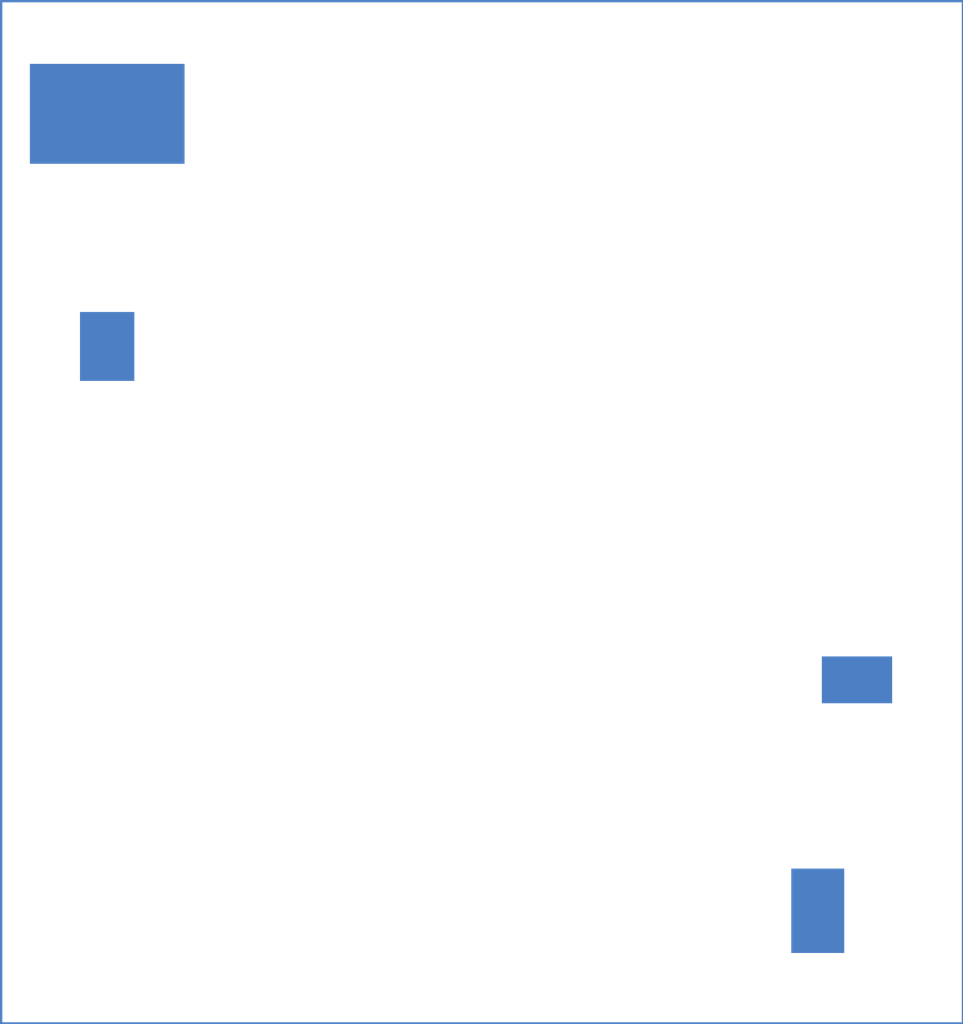
<source format=kicad_pcb>
(kicad_pcb (version 20171130) (host pcbnew "(5.1.2)-2")

  (general
    (thickness 1.6)
  )

  (page A4)
  (layers
    (0 Top signal)
    (31 Bottom signal)
    (32 B.Adhes user)
    (33 F.Adhes user)
    (34 B.Paste user)
    (35 F.Paste user)
    (36 B.SilkS user)
    (37 F.SilkS user)
    (38 B.Mask user)
    (39 F.Mask user)
    (40 Dwgs.User user)
    (41 Cmts.User user)
    (42 Eco1.User user)
    (43 Eco2.User user)
    (44 Edge.Cuts user)
    (45 Margin user)
    (46 B.CrtYd user)
    (47 F.CrtYd user)
    (48 B.Fab user)
    (49 F.Fab user)
  )

  (setup
    (pad_to_mask_clearance 0.1016)
    (aux_axis_origin -120.62617 153.22756)
    (grid_origin -120.62617 153.22756)
    (pcbplotparams
      (layerselection 0x00010fc_ffffffff)
      (plot_on_all_layers_selection 0x0000000_00000000)
      (disableapertmacros false)
      (usegerberextensions false)
      (usegerberattributes true)
      (usegerberadvancedattributes true)
      (creategerberjobfile true)
      (dashed_line_dash_ratio 12)
      (dashed_line_gap_ratio 3)
      (svgprecision 4)
      (plotframeref false)
      (viasonmask false)
      (mode 1)
      (useauxorigin false)
      (hpglpennumber 1)
      (hpglpenspeed 20)
      (hpglpendiameter 15)
      (dxfpolygonmode true)
      (dxfimperialunits true)
      (dxfusepcbnewfont true)
      (psnegative false)
      (psa4output false)
      (plotreference true)
      (plotvalue true)
      (plotinvisibletext false)
      (sketchpadsonfab false)
      (subtractmaskfromsilk false)
      (outputformat 1)
      (mirror false)
      (drillshape 1)
      (scaleselection 1)
      (outputdirectory "")
    )
  )

  (net 0 "")

  (net 1 Y+)
  (net 2 Y-)
  (net 3 NetR3_2)
  (net 4 W-)
  (net 5 W+)
  (net 6 VIN)
  (net 7 VCC_5V)
  (net 8 TK6)
  (net 9 TK5)
  (net 10 TK4)
  (net 11 TK3)
  (net 12 TK2)
  (net 13 TK1)
  (net 14 SK4)
  (net 15 SK3)
  (net 16 SK2)
  (net 17 SK1)
  (net 18 S_LED7)
  (net 19 S_LED6)
  (net 20 S_LED5)
  (net 21 S_LED4)
  (net 22 S_LED3)
  (net 23 S_LED2)
  (net 24 S_LED1)
  (net 25 PWM2)
  (net 26 PWM1)
  (net 27 NetR19_2)
  (net 28 NetR16_2)
  (net 29 NetR15_2)
  (net 30 NetR14_1)
  (net 31 NetR12_1)
  (net 32 NetD2_1)
  (net 33 NetD1_1)
  (net 34 NetC5_2)
  (net 35 K_LED4)
  (net 36 K_LED3)
  (net 37 K_LED2)
  (net 38 K_LED1)
  (net 39 GND)
  (net 40 ALS_IN)

  (net_class Default "This is the default net class."
    (add_net ALS_IN)
    (add_net K_LED1)
    (add_net K_LED2)
    (add_net K_LED3)
    (add_net K_LED4)
    (add_net NetC5_2)
    (add_net NetD1_1)
    (add_net NetD2_1)
    (add_net NetR12_1)
    (add_net NetR14_1)
    (add_net NetR15_2)
    (add_net NetR16_2)
    (add_net NetR19_2)
    (add_net NetR3_2)
    (add_net PWM1)
    (add_net PWM2)
    (add_net SK1)
    (add_net SK2)
    (add_net SK3)
    (add_net SK4)
    (add_net S_LED1)
    (add_net S_LED2)
    (add_net S_LED3)
    (add_net S_LED4)
    (add_net S_LED5)
    (add_net S_LED6)
    (add_net S_LED7)
    (add_net TK1)
    (add_net TK2)
    (add_net TK3)
    (add_net TK4)
    (add_net TK5)
    (add_net TK6)
    (add_net VIN)
    (add_net W+)
    (add_net W-)
    (add_net Y+)
    (add_net Y-)
    (trace_width 0.254)
  )
  (net_class Power "This is the default net class."
    (add_net GND)
    (add_net VCC_5V)
    (trace_width 0.8)
  )

 
  
  (module "MIJI_ADPcbLib.PcbLib:R1206-JP_4" (layer Bottom) (tedit 0) (tstamp 0)
    (at 130.501099 96.077560 270)
    (fp_text reference 3 (at 0 0) (layer B.SilkS) hide
      (effects (font (size 0.8 0.8) (thickness 0.127)) (justify left bottom))
    )
    
    (pad 1 smd rect (at 0 0 0) (size 1.5 1) (layers Bottom B.Paste B.Mask)
(net 3 NetR3_2))
     )

  (module "MIJI_ADPcbLib.PcbLib:SMD-EC6.3X6.3X10_5" (layer Bottom) (tedit 0) (tstamp 0)
    (at 114.502346 84.003598 270)
    (fp_text reference 4 (at 0 0) (layer B.SilkS) hide
      (effects (font (size 0.8 0.8) (thickness 0.127)) (justify left bottom))
    )
       (pad 1 smd rect (at 0 0 0) (size 3.3 2.132) (layers Bottom B.Paste B.Mask)
(net 3 NetR3_2))
      )

  
  (module "Miscellaneous Devices LC.PcbLib:0805_C_7" (layer Bottom) (tedit 0) (tstamp 0)
    (at 114.501099 88.965560 270)
    (fp_text reference 6 (at 0 0) (layer B.SilkS) hide
      (effects (font (size 0.8 0.8) (thickness 0.127)) (justify left bottom))
    )
      (pad 1 smd rect (at 0 0 0) (size 1.16 1.47) (layers Bottom B.Paste B.Mask)
(net 6 VIN))

  )

  (module "Miscellaneous Devices LC.PcbLib:1206_C_8" (layer Bottom) (tedit 0) (tstamp 0)
    (at 129.663868 101.003598 270)
    (fp_text reference 7 (at 0 0) (layer B.SilkS) hide
      (effects (font (size 0.8 0.8) (thickness 0.127)) (justify left bottom))
    )
       (pad 1 smd rect (at 0 0 0) (size 1.13 1.8) (layers Bottom B.Paste B.Mask)
(net 6 VIN))
     )

 
  (gr_line (start 112.239395 81.600538) (end 132.762803 81.600538) (layer Bottom) (width 0.05) (tstamp 42A38F4))
  (gr_line (start 132.762803 81.600538) (end 132.762803 103.406658) (layer Bottom) (width 0.05) (tstamp 42A38F4))
  (gr_line (start 132.762803 103.406658) (end 112.239395 103.406658) (layer Bottom) (width 0.05) (tstamp 42A38F4))
  (gr_line (start 112.239395 103.406658) (end 112.239395 81.600538) (layer Bottom) (width 0.05) (tstamp 42A38F4))
)

</source>
